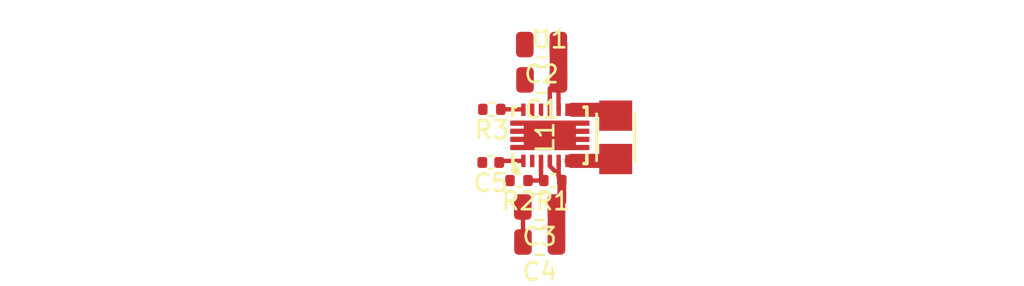
<source format=kicad_pcb>
(kicad_pcb (version 20240108) (generator "pcbnew") (generator_version "8.0")
  (layers (0 "F.Cu" signal) (31 "B.Cu" signal) (34 "B.Paste" user) (35 "F.Paste" user) (36 "B.SilkS" user "B.Silkscreen") (37 "F.SilkS" user "F.Silkscreen") (38 "B.Mask" user) (39 "F.Mask" user) (44 "Edge.Cuts" user))
  (net 0 "")
  (net 1 "vina")
  (net 2 "gnd")
  (net 3 "out")
  (net 4 "vcc-1")
  (net 5 "vcc")
  (net 6 "pg")
  (net 7 "l2")
  (net 8 "l1")
  (footprint "lib:VSON-14_L4.0-W3.0-P0.50-BL-EP_TI_DSJ" (layer "F.Cu") (at 118.965 49.535)
    (property "Reference" "U1" (at 0 -5.45 0) (layer "F.SilkS"))
    (property "Value" "")
    (fp_line (start -2.1 -1.6) (end -1.93 -1.6) (stroke (width 0.2)) (layer "F.SilkS"))
    (fp_line (start -2.1 -1.1) (end -2.1 -1.6) (stroke (width 0.2)) (layer "F.SilkS"))
    (fp_line (start -2.1 1.6) (end -2.1 1.1) (stroke (width 0.2)) (layer "F.SilkS"))
    (fp_line (start -1.93 1.6) (end -2.1 1.6) (stroke (width 0.2)) (layer "F.SilkS"))
    (fp_line (start 2.1 -1.6) (end 1.93 -1.6) (stroke (width 0.2)) (layer "F.SilkS"))
    (fp_line (start 2.1 -1.1) (end 2.1 -1.6) (stroke (width 0.2)) (layer "F.SilkS"))
    (fp_line (start 2.1 1.1) (end 2.1 1.6) (stroke (width 0.2)) (layer "F.SilkS"))
    (fp_line (start 2.1 1.6) (end 1.93 1.6) (stroke (width 0.2)) (layer "F.SilkS"))
    (fp_arc (start -1.95 1.97) (mid -1.95 1.97) (end -1.95 1.97) (stroke (width 0.25)) (layer "F.SilkS"))
    (pad "1" smd rect (at -1.5 1.45) (size 0.25 0.7) (layers "F.Cu" "F.Paste" "F.Mask") (net 1 "vina"))
    (pad "2" smd rect (at -1 1.45) (size 0.25 0.7) (layers "F.Cu" "F.Paste" "F.Mask") (net 2 "gnd"))
    (pad "3" smd rect (at -0.5 1.45) (size 0.25 0.7) (layers "F.Cu" "F.Paste" "F.Mask") (net 3 "out"))
    (pad "4" smd rect (at 0 1.45) (size 0.25 0.7) (layers "F.Cu" "F.Paste" "F.Mask") (net 4 "vcc-1"))
    (pad "5" smd rect (at 0.5 1.45) (size 0.25 0.7) (layers "F.Cu" "F.Paste" "F.Mask") (net 4 "vcc-1"))
    (pad "6" smd rect (at 1 1.45) (size 0.25 0.7) (layers "F.Cu" "F.Paste" "F.Mask") (net 7 "l2"))
    (pad "7" smd rect (at 1.5 1.45) (size 0.25 0.7) (layers "F.Cu" "F.Paste" "F.Mask") (net 7 "l2"))
    (pad "8" smd rect (at 1.5 -1.45) (size 0.25 0.7) (layers "F.Cu" "F.Paste" "F.Mask") (net 8 "l1"))
    (pad "9" smd rect (at 1 -1.45) (size 0.25 0.7) (layers "F.Cu" "F.Paste" "F.Mask") (net 8 "l1"))
    (pad "10" smd rect (at 0.5 -1.45 180) (size 0.25 0.7) (layers "F.Cu" "F.Paste" "F.Mask") (net 5 "vcc"))
    (pad "11" smd rect (at 0 -1.45 180) (size 0.25 0.7) (layers "F.Cu" "F.Paste" "F.Mask") (net 5 "vcc"))
    (pad "12" smd rect (at -0.5 -1.45 180) (size 0.25 0.7) (layers "F.Cu" "F.Paste" "F.Mask") (net 1 "vina"))
    (pad "13" smd rect (at -1 -1.45 180) (size 0.25 0.7) (layers "F.Cu" "F.Paste" "F.Mask") (net 2 "gnd"))
    (pad "14" smd rect (at -1.5 -1.45 180) (size 0.25 0.7) (layers "F.Cu" "F.Paste" "F.Mask") (net 6 "pg"))
    (pad "15" smd custom (at 0 0) (size 1 1) (layers "F.Cu" "F.Paste" "F.Mask") (net 2 "gnd") (options (clearance outline) (anchor circle)) (primitives (gr_poly (pts (xy -2.2 -0.79) (xy -2.2 -0.59) (xy -1.43 -0.59) (xy -1.43 -0.33) (xy -2.2 -0.33) (xy -2.2 -0.13) (xy -1.43 -0.13) (xy -1.43 0.13) (xy -2.2 0.13) (xy -2.2 0.33) (xy -1.43 0.33) (xy -1.43 0.59) (xy -2.2 0.59) (xy -2.2 0.79) (xy 2.2 0.79) (xy 2.2 0.59) (xy 1.43 0.59) (xy 1.43 0.33) (xy 2.2 0.33) (xy 2.2 0.13) (xy 1.43 0.13) (xy 1.43 -0.13) (xy 2.2 -0.13) (xy 2.2 -0.33) (xy 1.43 -0.33) (xy 1.43 -0.59) (xy 2.2 -0.59) (xy 2.2 -0.79) (xy -2.2 -0.79)) (width 0.1) (fill yes))))
  )
  (footprint "lib:R0402" (layer "F.Cu") (at 115.672857 48.059519 180)
    (property "Reference" "R3" (at 0 -1.17 0) (layer "F.SilkS"))
    (property "Value" "Chip Resistor - Surface Mount 1MOhms ±5% 1/16W 0402 RoHS")
    (fp_line (start -0.153641 0.38) (end 0.153641 0.38) (stroke (width 0.12)) (layer "F.SilkS"))
    (fp_line (start -0.153641 -0.38) (end 0.153641 -0.38) (stroke (width 0.12)) (layer "F.SilkS"))
    (pad "1" smd roundrect (at -0.51 0 180) (size 0.54 0.64) (layers "F.Cu" "F.Paste" "F.Mask") (net 6 "pg"))
    (pad "2" smd roundrect (at 0.51 0 180) (size 0.54 0.64) (layers "F.Cu" "F.Paste" "F.Mask") (net 2 "gnd"))
  )
  (footprint "lib:C0805" (layer "F.Cu") (at 118.495803 44.385818 180)
    (property "Reference" "C2" (at 0 -1.68 0) (layer "F.SilkS"))
    (property "Value" "Multilayer Ceramic Capacitors MLCC - SMD/SMT 10uF 10V 0805 RoHS")
    (fp_line (start -0.261252 0.735) (end 0.261252 0.735) (stroke (width 0.12)) (layer "F.SilkS"))
    (fp_line (start -0.261252 -0.735) (end 0.261252 -0.735) (stroke (width 0.12)) (layer "F.SilkS"))
    (pad "1" smd roundrect (at -0.95 0 180) (size 1 1.45) (layers "F.Cu" "F.Paste" "F.Mask") (net 5 "vcc"))
    (pad "2" smd roundrect (at 0.95 0 180) (size 1 1.45) (layers "F.Cu" "F.Paste" "F.Mask") (net 2 "gnd"))
  )
  (footprint "lib:R0402" (layer "F.Cu") (at 119.133526 52.098864 180)
    (property "Reference" "R1" (at 0 -1.17 0) (layer "F.SilkS"))
    (property "Value" "Chip Resistor - Surface Mount 1MOhms ±5% 1/16W 0402 RoHS")
    (fp_line (start -0.153641 0.38) (end 0.153641 0.38) (stroke (width 0.12)) (layer "F.SilkS"))
    (fp_line (start -0.153641 -0.38) (end 0.153641 -0.38) (stroke (width 0.12)) (layer "F.SilkS"))
    (pad "1" smd roundrect (at -0.51 0 180) (size 0.54 0.64) (layers "F.Cu" "F.Paste" "F.Mask") (net 4 "vcc-1"))
    (pad "2" smd roundrect (at 0.51 0 180) (size 0.54 0.64) (layers "F.Cu" "F.Paste" "F.Mask") (net 3 "out"))
  )
  (footprint "lib:C0402" (layer "F.Cu") (at 115.612784 51.073315 180)
    (property "Reference" "C5" (at 0 -1.16 0) (layer "F.SilkS"))
    (property "Value" "Multilayer Ceramic Capacitors MLCC - SMD/SMT 100nF 10V 0402 RoHS")
    (fp_line (start -0.107836 0.36) (end 0.107836 0.36) (stroke (width 0.12)) (layer "F.SilkS"))
    (fp_line (start -0.107836 -0.36) (end 0.107836 -0.36) (stroke (width 0.12)) (layer "F.SilkS"))
    (pad "1" smd roundrect (at -0.48 0 180) (size 0.56 0.62) (layers "F.Cu" "F.Paste" "F.Mask") (net 1 "vina"))
    (pad "2" smd roundrect (at 0.48 0 180) (size 0.56 0.62) (layers "F.Cu" "F.Paste" "F.Mask") (net 2 "gnd"))
  )
  (footprint "lib:C0805" (layer "F.Cu") (at 118.382245 53.599002 180)
    (property "Reference" "C3" (at 0 -1.68 0) (layer "F.SilkS"))
    (property "Value" "Multilayer Ceramic Capacitors MLCC - SMD/SMT 10uF 10V 0805 RoHS")
    (fp_line (start -0.261252 0.735) (end 0.261252 0.735) (stroke (width 0.12)) (layer "F.SilkS"))
    (fp_line (start -0.261252 -0.735) (end 0.261252 -0.735) (stroke (width 0.12)) (layer "F.SilkS"))
    (pad "1" smd roundrect (at -0.95 0 180) (size 1 1.45) (layers "F.Cu" "F.Paste" "F.Mask") (net 4 "vcc-1"))
    (pad "2" smd roundrect (at 0.95 0 180) (size 1 1.45) (layers "F.Cu" "F.Paste" "F.Mask") (net 2 "gnd"))
  )
  (footprint "lib:C0805" (layer "F.Cu") (at 118.390905 55.584882 180)
    (property "Reference" "C4" (at 0 -1.68 0) (layer "F.SilkS"))
    (property "Value" "Multilayer Ceramic Capacitors MLCC - SMD/SMT 10uF 10V 0805 RoHS")
    (fp_line (start -0.261252 0.735) (end 0.261252 0.735) (stroke (width 0.12)) (layer "F.SilkS"))
    (fp_line (start -0.261252 -0.735) (end 0.261252 -0.735) (stroke (width 0.12)) (layer "F.SilkS"))
    (pad "1" smd roundrect (at -0.95 0 180) (size 1 1.45) (layers "F.Cu" "F.Paste" "F.Mask") (net 4 "vcc-1"))
    (pad "2" smd roundrect (at 0.95 0 180) (size 1 1.45) (layers "F.Cu" "F.Paste" "F.Mask") (net 2 "gnd"))
  )
  (footprint "lib:R0402" (layer "F.Cu") (at 117.214373 52.098864 180)
    (property "Reference" "R2" (at 0 -1.17 0) (layer "F.SilkS"))
    (property "Value" "Chip Resistor - Surface Mount 180KOhms ±5% 1/16W 0402 RoHS")
    (fp_line (start -0.153641 0.38) (end 0.153641 0.38) (stroke (width 0.12)) (layer "F.SilkS"))
    (fp_line (start -0.153641 -0.38) (end 0.153641 -0.38) (stroke (width 0.12)) (layer "F.SilkS"))
    (pad "1" smd roundrect (at -0.51 0 180) (size 0.54 0.64) (layers "F.Cu" "F.Paste" "F.Mask") (net 3 "out"))
    (pad "2" smd roundrect (at 0.51 0 180) (size 0.54 0.64) (layers "F.Cu" "F.Paste" "F.Mask") (net 2 "gnd"))
  )
  (footprint "lib:C0805" (layer "F.Cu") (at 118.507645 46.389594 180)
    (property "Reference" "C1" (at 0 -1.68 0) (layer "F.SilkS"))
    (property "Value" "Multilayer Ceramic Capacitors MLCC - SMD/SMT 10uF 10V 0805 RoHS")
    (fp_line (start -0.261252 0.735) (end 0.261252 0.735) (stroke (width 0.12)) (layer "F.SilkS"))
    (fp_line (start -0.261252 -0.735) (end 0.261252 -0.735) (stroke (width 0.12)) (layer "F.SilkS"))
    (pad "1" smd roundrect (at -0.95 0 180) (size 1 1.45) (layers "F.Cu" "F.Paste" "F.Mask") (net 5 "vcc"))
    (pad "2" smd roundrect (at 0.95 0 180) (size 1 1.45) (layers "F.Cu" "F.Paste" "F.Mask") (net 2 "gnd"))
  )
  (footprint "lib:IND-SMD_L2.5-W2.0_WPN252012H" (layer "F.Cu") (at 122.700274 49.648782 90)
    (property "Reference" "L1" (at 0 -4 90) (layer "F.SilkS"))
    (property "Value" "")
    (fp_line (start -1.33 -1.09) (end -1.33 -1.08) (stroke (width 0.15)) (layer "F.SilkS"))
    (fp_line (start 1.33 -1.08) (end 1.33 -1.09) (stroke (width 0.15)) (layer "F.SilkS"))
    (fp_line (start -1.33 -1.08) (end 1.33 -1.08) (stroke (width 0.15)) (layer "F.SilkS"))
    (fp_line (start 1.33 1.08) (end 1.33 1.09) (stroke (width 0.15)) (layer "F.SilkS"))
    (fp_line (start -1.33 1.08) (end 1.33 1.08) (stroke (width 0.15)) (layer "F.SilkS"))
    (fp_line (start -1.33 1.09) (end -1.33 1.08) (stroke (width 0.15)) (layer "F.SilkS"))
    (pad "1" smd rect (at 1.23 0 90) (size 1.72 1.87) (layers "F.Cu" "F.Paste" "F.Mask") (net 8 "l1"))
    (pad "2" smd rect (at -1.23 0 90) (size 1.72 1.87) (layers "F.Cu" "F.Paste" "F.Mask") (net 7 "l2"))
  )
  (segment (start 117.465 50.985) (end 116.181099 50.985) (width 0.25) (layer "F.Cu") (net 1))
  (segment (start 116.181099 50.985) (end 116.092784 51.073315) (width 0.25) (layer "F.Cu") (net 1))
  (segment (start 117.440905 55.584882) (end 117.440905 53.607662) (width 0.25) (layer "F.Cu") (net 2))
  (segment (start 117.440905 53.607662) (end 117.432245 53.599002) (width 0.25) (layer "F.Cu") (net 2))
  (segment (start 118.465 51.940338) (end 118.465 50.985) (width 0.25) (layer "F.Cu") (net 3))
  (segment (start 118.623526 52.098864) (end 118.465 51.940338) (width 0.25) (layer "F.Cu") (net 3))
  (segment (start 117.724373 52.098864) (end 118.623526 52.098864) (width 0.25) (layer "F.Cu") (net 3))
  (segment (start 119.643526 52.098864) (end 119.643526 53.287721) (width 0.5) (layer "F.Cu") (net 4))
  (segment (start 119.340905 55.584882) (end 119.340905 53.607662) (width 1) (layer "F.Cu") (net 4))
  (segment (start 118.965 50.985) (end 118.965 51.27529) (width 0.25) (layer "F.Cu") (net 4))
  (segment (start 119.643526 53.287721) (end 119.332245 53.599002) (width 0.25) (layer "F.Cu") (net 4))
  (segment (start 119.465 51.920338) (end 119.465 50.985) (width 0.25) (layer "F.Cu") (net 4))
  (segment (start 119.643526 52.098864) (end 119.465 51.920338) (width 0.25) (layer "F.Cu") (net 4))
  (segment (start 119.643526 51.953816) (end 119.643526 52.098864) (width 0.25) (layer "F.Cu") (net 4))
  (segment (start 119.340905 53.607662) (end 119.332245 53.599002) (width 0.25) (layer "F.Cu") (net 4))
  (segment (start 118.965 51.27529) (end 119.643526 51.953816) (width 0.25) (layer "F.Cu") (net 4))
  (segment (start 119.457645 44.39766) (end 119.445803 44.385818) (width 0.25) (layer "F.Cu") (net 5))
  (segment (start 119.457645 48.077645) (end 119.465 48.085) (width 0.25) (layer "F.Cu") (net 5))
  (segment (start 119.457645 46.389594) (end 119.457645 48.077645) (width 0.25) (layer "F.Cu") (net 5))
  (segment (start 118.965 48.085) (end 118.965 46.882239) (width 0.25) (layer "F.Cu") (net 5))
  (segment (start 119.465 44.405015) (end 119.445803 44.385818) (width 0.25) (layer "F.Cu") (net 5))
  (segment (start 119.457645 46.389594) (end 119.457645 44.39766) (width 1) (layer "F.Cu") (net 5))
  (segment (start 118.965 46.882239) (end 119.457645 46.389594) (width 0.25) (layer "F.Cu") (net 5))
  (segment (start 116.182857 48.059519) (end 117.439519 48.059519) (width 0.25) (layer "F.Cu") (net 6))
  (segment (start 117.439519 48.059519) (end 117.465 48.085) (width 0.25) (layer "F.Cu") (net 6))
  (segment (start 120.2 50.985) (end 122.594056 50.985) (width 0.8) (layer "F.Cu") (net 7))
  (segment (start 122.594056 50.985) (end 122.700274 50.878782) (width 0.25) (layer "F.Cu") (net 7))
  (segment (start 122.366492 48.085) (end 122.700274 48.418782) (width 0.25) (layer "F.Cu") (net 8))
  (segment (start 120.25 48.085) (end 122.366492 48.085) (width 0.8) (layer "F.Cu") (net 8))
)
</source>
